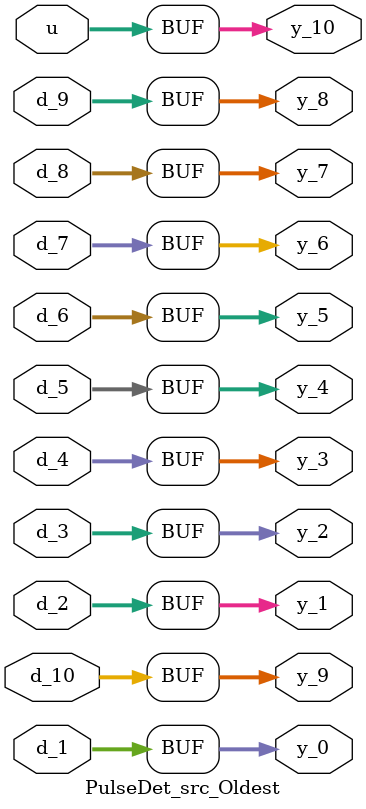
<source format=v>



`timescale 1 ns / 1 ns

module PulseDet_src_Oldest
          (u,
           d_1,
           d_2,
           d_3,
           d_4,
           d_5,
           d_6,
           d_7,
           d_8,
           d_9,
           d_10,
           y_0,
           y_1,
           y_2,
           y_3,
           y_4,
           y_5,
           y_6,
           y_7,
           y_8,
           y_9,
           y_10);


  input   signed [17:0] u;  // sfix18_En11
  input   signed [17:0] d_1;  // sfix18_En11
  input   signed [17:0] d_2;  // sfix18_En11
  input   signed [17:0] d_3;  // sfix18_En11
  input   signed [17:0] d_4;  // sfix18_En11
  input   signed [17:0] d_5;  // sfix18_En11
  input   signed [17:0] d_6;  // sfix18_En11
  input   signed [17:0] d_7;  // sfix18_En11
  input   signed [17:0] d_8;  // sfix18_En11
  input   signed [17:0] d_9;  // sfix18_En11
  input   signed [17:0] d_10;  // sfix18_En11
  output  signed [17:0] y_0;  // sfix18_En11
  output  signed [17:0] y_1;  // sfix18_En11
  output  signed [17:0] y_2;  // sfix18_En11
  output  signed [17:0] y_3;  // sfix18_En11
  output  signed [17:0] y_4;  // sfix18_En11
  output  signed [17:0] y_5;  // sfix18_En11
  output  signed [17:0] y_6;  // sfix18_En11
  output  signed [17:0] y_7;  // sfix18_En11
  output  signed [17:0] y_8;  // sfix18_En11
  output  signed [17:0] y_9;  // sfix18_En11
  output  signed [17:0] y_10;  // sfix18_En11




  assign y_0 = d_1;

  assign y_1 = d_2;

  assign y_2 = d_3;

  assign y_3 = d_4;

  assign y_4 = d_5;

  assign y_5 = d_6;

  assign y_6 = d_7;

  assign y_7 = d_8;

  assign y_8 = d_9;

  assign y_9 = d_10;

  assign y_10 = u;

endmodule  // PulseDet_src_Oldest


</source>
